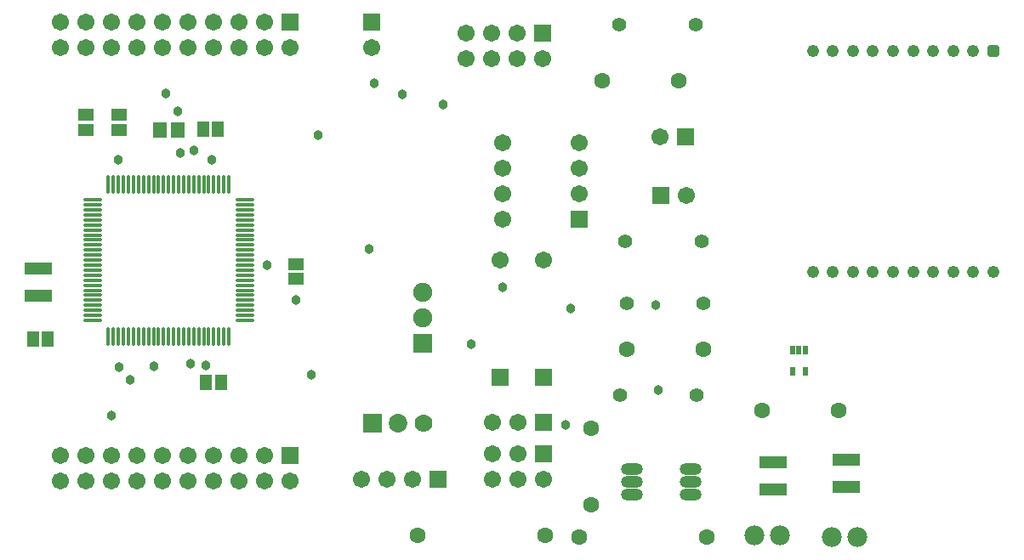
<source format=gts>
G04 Layer_Color=8388736*
%FSLAX25Y25*%
%MOIN*%
G70*
G01*
G75*
%ADD19C,0.07000*%
%ADD41R,0.02375X0.03556*%
%ADD42R,0.11036X0.05131*%
%ADD43O,0.01581X0.07290*%
%ADD44O,0.07290X0.01581*%
%ADD45R,0.05131X0.06312*%
%ADD46R,0.06312X0.05131*%
%ADD47R,0.05524X0.06312*%
%ADD48C,0.05524*%
%ADD49C,0.07800*%
%ADD50C,0.06312*%
%ADD51C,0.07493*%
%ADD52R,0.07493X0.07493*%
%ADD53C,0.06706*%
%ADD54R,0.06706X0.06706*%
%ADD55C,0.07300*%
%ADD56R,0.07300X0.07300*%
%ADD57R,0.06706X0.06706*%
%ADD58O,0.08674X0.04737*%
%ADD59O,0.08674X0.04737*%
G04:AMPARAMS|DCode=60|XSize=48mil|YSize=48mil|CornerRadius=14mil|HoleSize=0mil|Usage=FLASHONLY|Rotation=270.000|XOffset=0mil|YOffset=0mil|HoleType=Round|Shape=RoundedRectangle|*
%AMROUNDEDRECTD60*
21,1,0.04800,0.02000,0,0,270.0*
21,1,0.02000,0.04800,0,0,270.0*
1,1,0.02800,-0.01000,-0.01000*
1,1,0.02800,-0.01000,0.01000*
1,1,0.02800,0.01000,0.01000*
1,1,0.02800,0.01000,-0.01000*
%
%ADD60ROUNDEDRECTD60*%
%ADD61C,0.04800*%
%ADD62C,0.03800*%
D19*
X272500Y137500D02*
D03*
D41*
X422059Y157965D02*
D03*
X416941D02*
D03*
X416941Y166035D02*
D03*
X419500D02*
D03*
X422059D02*
D03*
D42*
X438000Y112685D02*
D03*
Y123315D02*
D03*
X409500Y111685D02*
D03*
Y122315D02*
D03*
X121500Y198315D02*
D03*
Y187685D02*
D03*
D43*
X196122Y231323D02*
D03*
X194153D02*
D03*
X192185D02*
D03*
X190217D02*
D03*
X188248D02*
D03*
X186279D02*
D03*
X184311D02*
D03*
X182343D02*
D03*
X180374D02*
D03*
X178405D02*
D03*
X176437D02*
D03*
X174469D02*
D03*
X172500D02*
D03*
X170531D02*
D03*
X168563D02*
D03*
X166595D02*
D03*
X164626D02*
D03*
X162657D02*
D03*
X160689D02*
D03*
X158721D02*
D03*
X156752D02*
D03*
X154783D02*
D03*
X152815D02*
D03*
X150847D02*
D03*
X148878D02*
D03*
Y171677D02*
D03*
X150847D02*
D03*
X152815D02*
D03*
X154783D02*
D03*
X156752D02*
D03*
X158721D02*
D03*
X160689D02*
D03*
X162657D02*
D03*
X164626D02*
D03*
X166595D02*
D03*
X168563D02*
D03*
X170531D02*
D03*
X172500D02*
D03*
X174469D02*
D03*
X176437D02*
D03*
X178405D02*
D03*
X180374D02*
D03*
X182343D02*
D03*
X184311D02*
D03*
X186279D02*
D03*
X188248D02*
D03*
X190217D02*
D03*
X192185D02*
D03*
X194153D02*
D03*
X196122D02*
D03*
D44*
X142677Y225122D02*
D03*
Y223153D02*
D03*
Y221185D02*
D03*
Y219216D02*
D03*
Y217248D02*
D03*
Y215280D02*
D03*
Y213311D02*
D03*
Y211343D02*
D03*
Y209374D02*
D03*
Y207405D02*
D03*
Y205437D02*
D03*
Y203468D02*
D03*
Y201500D02*
D03*
Y199531D02*
D03*
Y197563D02*
D03*
Y195595D02*
D03*
Y193626D02*
D03*
Y191657D02*
D03*
Y189689D02*
D03*
Y187721D02*
D03*
Y185752D02*
D03*
Y183783D02*
D03*
Y181815D02*
D03*
Y179847D02*
D03*
Y177878D02*
D03*
X202323D02*
D03*
Y179847D02*
D03*
Y181815D02*
D03*
Y183783D02*
D03*
Y185752D02*
D03*
Y187721D02*
D03*
Y189689D02*
D03*
Y191657D02*
D03*
Y193626D02*
D03*
Y195595D02*
D03*
Y197563D02*
D03*
Y199531D02*
D03*
Y201500D02*
D03*
Y203468D02*
D03*
Y205437D02*
D03*
Y207405D02*
D03*
Y209374D02*
D03*
Y211343D02*
D03*
Y213311D02*
D03*
Y215280D02*
D03*
Y217248D02*
D03*
Y219216D02*
D03*
Y221185D02*
D03*
Y223153D02*
D03*
Y225122D02*
D03*
D45*
X191905Y253000D02*
D03*
X186000D02*
D03*
X119299Y170500D02*
D03*
X125205D02*
D03*
X187094Y153500D02*
D03*
X193000D02*
D03*
D46*
X222500Y194047D02*
D03*
Y199953D02*
D03*
X140000Y252547D02*
D03*
Y258453D02*
D03*
X153000D02*
D03*
Y252547D02*
D03*
D47*
X176043Y252500D02*
D03*
X168957D02*
D03*
D48*
X382000Y184500D02*
D03*
X352000D02*
D03*
X349500Y148500D02*
D03*
X379500D02*
D03*
X379000Y294000D02*
D03*
X349000D02*
D03*
X381500Y209000D02*
D03*
X351500D02*
D03*
D49*
X442500Y93000D02*
D03*
X432500D02*
D03*
X412000Y93500D02*
D03*
X402000D02*
D03*
D50*
X270000D02*
D03*
X320000D02*
D03*
X333500Y93000D02*
D03*
X383500D02*
D03*
X352000Y166500D02*
D03*
X382000D02*
D03*
X338000Y135500D02*
D03*
Y105500D02*
D03*
X405000Y142500D02*
D03*
X435000D02*
D03*
X342500Y272000D02*
D03*
X372500D02*
D03*
D51*
X272000Y189000D02*
D03*
Y179000D02*
D03*
D52*
Y169000D02*
D03*
D53*
X302500Y201433D02*
D03*
X319500D02*
D03*
X309500Y138000D02*
D03*
X299500D02*
D03*
X319500Y115500D02*
D03*
X309500Y125500D02*
D03*
Y115500D02*
D03*
X299500Y125500D02*
D03*
Y115500D02*
D03*
X252000Y285000D02*
D03*
X365000Y250000D02*
D03*
X375500Y227000D02*
D03*
X248000Y115500D02*
D03*
X258000D02*
D03*
X268000D02*
D03*
X289000Y280500D02*
D03*
Y290500D02*
D03*
X299000Y280500D02*
D03*
Y290500D02*
D03*
X309000Y280500D02*
D03*
Y290500D02*
D03*
X319000Y280500D02*
D03*
X130000Y115000D02*
D03*
X140000D02*
D03*
X150000D02*
D03*
X160000D02*
D03*
X170000D02*
D03*
X180000D02*
D03*
X190000D02*
D03*
X200000D02*
D03*
X210000D02*
D03*
X220000D02*
D03*
X130000Y125000D02*
D03*
X140000D02*
D03*
X150000D02*
D03*
X160000D02*
D03*
X170000D02*
D03*
X180000D02*
D03*
X190000D02*
D03*
X200000D02*
D03*
X210000D02*
D03*
X333500Y227500D02*
D03*
Y237500D02*
D03*
Y247500D02*
D03*
X303500Y217500D02*
D03*
Y227500D02*
D03*
Y237500D02*
D03*
Y247500D02*
D03*
X130000Y285000D02*
D03*
X140000D02*
D03*
X150000D02*
D03*
X160000D02*
D03*
X170000D02*
D03*
X180000D02*
D03*
X190000D02*
D03*
X200000D02*
D03*
X210000D02*
D03*
X220000D02*
D03*
X130000Y295000D02*
D03*
X140000D02*
D03*
X150000D02*
D03*
X160000D02*
D03*
X170000D02*
D03*
X180000D02*
D03*
X190000D02*
D03*
X200000D02*
D03*
X210000D02*
D03*
D54*
X302500Y155567D02*
D03*
X319500D02*
D03*
X252000Y295000D02*
D03*
D55*
X262500Y137500D02*
D03*
D56*
X252500D02*
D03*
D57*
X319500Y138000D02*
D03*
Y125500D02*
D03*
X375000Y250000D02*
D03*
X365500Y227000D02*
D03*
X278000Y115500D02*
D03*
X319000Y290500D02*
D03*
X220000Y125000D02*
D03*
X333500Y217500D02*
D03*
X220000Y295000D02*
D03*
D58*
X354000Y109500D02*
D03*
Y119500D02*
D03*
X377000Y109500D02*
D03*
Y119500D02*
D03*
D59*
X354000Y114500D02*
D03*
X377000D02*
D03*
D60*
X495791Y283500D02*
D03*
D61*
X487917D02*
D03*
X480043D02*
D03*
X472169D02*
D03*
X464295D02*
D03*
X456421D02*
D03*
X448547D02*
D03*
X440673D02*
D03*
X432799D02*
D03*
X424925D02*
D03*
Y196886D02*
D03*
X432799D02*
D03*
X440673D02*
D03*
X448547D02*
D03*
X456421D02*
D03*
X464295D02*
D03*
X472169D02*
D03*
X480043D02*
D03*
X487917D02*
D03*
X495791D02*
D03*
D62*
X171500Y267000D02*
D03*
X187185Y160315D02*
D03*
X330000Y182500D02*
D03*
X363500Y184000D02*
D03*
X303500Y191000D02*
D03*
X364500Y150500D02*
D03*
X328000Y137000D02*
D03*
X291000Y168500D02*
D03*
X251000Y206000D02*
D03*
X231000Y250500D02*
D03*
X264000Y266500D02*
D03*
X253000Y271000D02*
D03*
X228500Y156500D02*
D03*
X211000Y199500D02*
D03*
X222500Y186000D02*
D03*
X280000Y262500D02*
D03*
X150000Y140500D02*
D03*
X166595Y160000D02*
D03*
X157500Y154500D02*
D03*
X153000Y159500D02*
D03*
X152815Y241000D02*
D03*
X182343Y244500D02*
D03*
X189500Y241000D02*
D03*
X176000Y260000D02*
D03*
X176969Y243500D02*
D03*
X181000Y161000D02*
D03*
M02*

</source>
